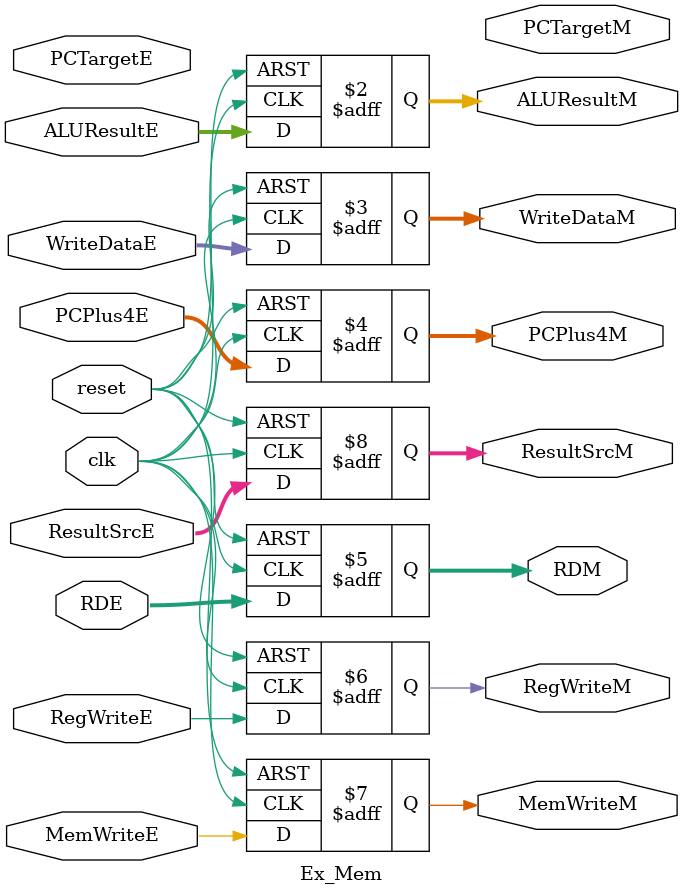
<source format=sv>
`timescale 1ns / 1ps
module Ex_Mem(
   input logic              clk, reset,
   input logic     [31:0]  PCTargetE,
   input logic     [31:0]  ALUResultE, WriteDataE, PCPlus4E,
   input logic     [4:0]   RDE,
   input logic             RegWriteE, MemWriteE,
   input logic     [1:0]   ResultSrcE,
   
   output logic     [31:0]  PCTargetM,
   output logic     [31:0]  ALUResultM, WriteDataM, PCPlus4M,
   output logic     [4:0]   RDM,
   output logic             RegWriteM, MemWriteM,
   output logic     [1:0]   ResultSrcM
    );
   
    always_ff @(posedge clk, posedge reset)
    if (reset) begin
		ALUResultM <= 0;
		WriteDataM <=0;
		RDM <=0;
		PCPlus4M <= 0;
		RegWriteM <=0;
		ResultSrcM <=0;
		MemWriteM <= 0;
	end
	else begin
		ALUResultM <= ALUResultE;
		WriteDataM <=WriteDataE;
		RDM <=RDE;
		PCPlus4M <= PCPlus4E;
		RegWriteM <=RegWriteE;
		ResultSrcM <=ResultSrcE;
		MemWriteM <= MemWriteE;
	end
   
endmodule

</source>
